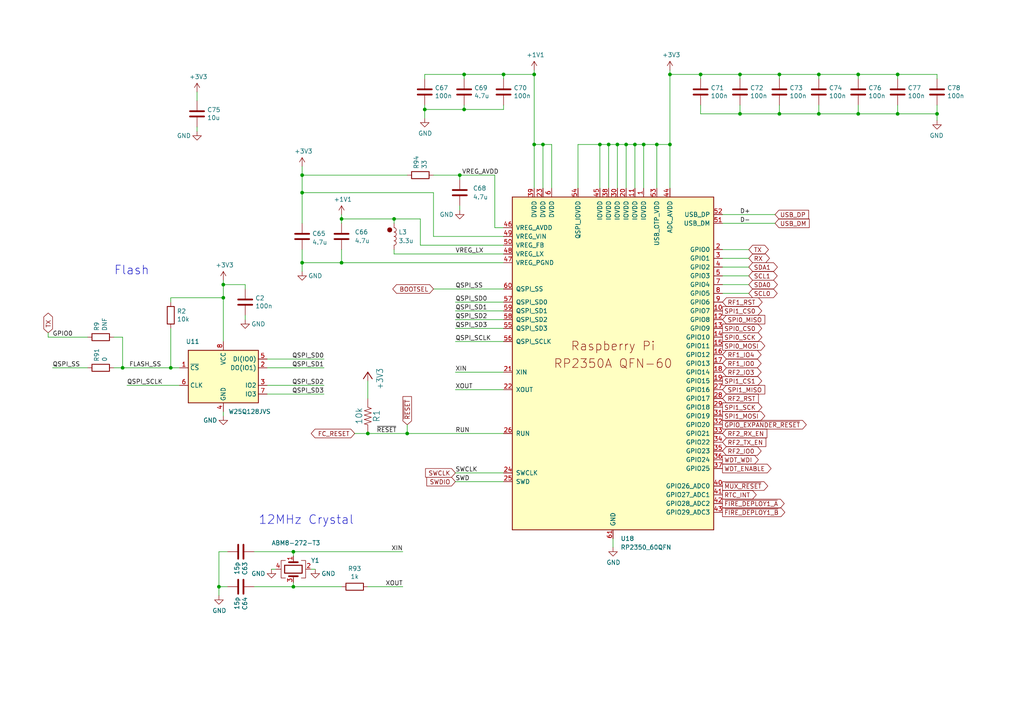
<source format=kicad_sch>
(kicad_sch (version 20250114) (generator "eeschema") (generator_version "9.0")
  (paper "A4")
  (lib_symbols
    (symbol "Adafruit ItsyBitsy RP2040-eagle-import:+3V3" (power)
      (property "Value" "+3V3" (at -2.54 -5.08 90))
      (symbol "+3V3_1_0"
        (polyline (pts (xy 0 0) (xy -1.27 -1.905)) (stroke (width 0.254)))
        (polyline (pts (xy 1.27 -1.905) (xy 0 0)) (stroke (width 0.254)))
        (pin power_in line (at 0 -2.54 90) (length 2.54) (name "+3V3") (number "1"))
      )
    )
    (symbol "Device:C" (pin_numbers (hide yes)) (pin_names (offset 0.254))
      (property "Reference" "C" (at 0.635 2.54 0))
      (property "Value" "C" (at 0.635 -2.54 0))
      (symbol "C_0_1"
        (polyline (pts (xy -2.032 0.762) (xy 2.032 0.762)) (stroke (width 0.508)))
        (polyline (pts (xy -2.032 -0.762) (xy 2.032 -0.762)) (stroke (width 0.508)))
      )
      (symbol "C_1_1"
        (pin passive line (at 0 3.81 270) (length 2.794) (name "~") (number "1"))
        (pin passive line (at 0 -3.81 90) (length 2.794) (name "~") (number "2"))
      )
    )
    (symbol "Device:Crystal_GND24" (pin_names (offset 1.016) (hide yes))
      (property "Reference" "Y" (at 3.175 5.08 0))
      (property "Value" "Crystal_GND24" (at 3.175 3.175 0))
      (symbol "Crystal_GND24_0_1"
        (polyline (pts (xy -2.54 2.286) (xy -2.54 3.556) (xy 2.54 3.556) (xy 2.54 2.286)))
        (polyline (pts (xy -2.54 0) (xy -2.032 0)))
        (polyline (pts (xy -2.54 -2.286) (xy -2.54 -3.556) (xy 2.54 -3.556) (xy 2.54 -2.286)))
        (polyline (pts (xy -2.032 -1.27) (xy -2.032 1.27)) (stroke (width 0.508)))
        (rectangle (start -1.143 2.54) (end 1.143 -2.54) (stroke (width 0.3048)))
        (polyline (pts (xy 0 3.556) (xy 0 3.81)))
        (polyline (pts (xy 0 -3.81) (xy 0 -3.556)))
        (polyline (pts (xy 2.032 0) (xy 2.54 0)))
        (polyline (pts (xy 2.032 -1.27) (xy 2.032 1.27)) (stroke (width 0.508)))
      )
      (symbol "Crystal_GND24_1_1"
        (pin passive line (at -3.81 0 0) (length 1.27) (name "1") (number "1"))
        (pin passive line (at 0 5.08 270) (length 1.27) (name "2") (number "2"))
        (pin passive line (at 0 -5.08 90) (length 1.27) (name "4") (number "4"))
        (pin passive line (at 3.81 0 180) (length 1.27) (name "3") (number "3"))
      )
    )
    (symbol "Device:L" (pin_numbers (hide yes)) (pin_names (offset 1.016) (hide yes))
      (property "Reference" "L" (at -1.27 0 90))
      (property "Value" "L" (at 1.905 0 90))
      (symbol "L_0_1"
        (arc (start 0 2.54) (mid 0.6323 1.905) (end 0 1.27))
        (arc (start 0 1.27) (mid 0.6323 0.635) (end 0 0))
        (arc (start 0 0) (mid 0.6323 -0.635) (end 0 -1.27))
        (arc (start 0 -1.27) (mid 0.6323 -1.905) (end 0 -2.54))
      )
      (symbol "L_1_1"
        (pin passive line (at 0 3.81 270) (length 1.27) (name "1") (number "1"))
        (pin passive line (at 0 -3.81 90) (length 1.27) (name "2") (number "2"))
      )
    )
    (symbol "Device:R" (pin_numbers (hide yes)) (pin_names (offset 0))
      (property "Reference" "R" (at 2.032 0 90))
      (property "Value" "R" (at 0 0 90))
      (symbol "R_0_1"
        (rectangle (start -1.016 -2.54) (end 1.016 2.54) (stroke (width 0.254)))
      )
      (symbol "R_1_1"
        (pin passive line (at 0 3.81 270) (length 1.27) (name "~") (number "1"))
        (pin passive line (at 0 -3.81 90) (length 1.27) (name "~") (number "2"))
      )
    )
    (symbol "MCU_RaspberryPi_RP2350:RP2350_60QFN" (pin_names (offset 1.016))
      (property "Reference" "U" (at -29.21 49.53 0))
      (property "Value" "RP2350_60QFN" (at 24.13 -49.53 0))
      (symbol "RP2350_60QFN_0_0"
        (text "Raspberry Pi" (at 0 5.08 0) (effects (font (size 2.54 2.54))))
      )
      (symbol "RP2350_60QFN_0_1"
        (rectangle (start 29.21 48.26) (end -29.21 -48.26) (stroke (width 0.254)) (fill (type background)))
      )
      (symbol "RP2350_60QFN_1_0"
        (text "RP2350A QFN-60" (at 0 0 0) (effects (font (size 2.54 2.54))))
      )
      (symbol "RP2350_60QFN_1_1"
        (pin power_in line (at -31.75 39.37 0) (length 2.54) (name "VREG_AVDD") (number "46"))
        (pin power_in line (at -31.75 36.83 0) (length 2.54) (name "VREG_VIN") (number "49"))
        (pin input line (at -31.75 34.29 0) (length 2.54) (name "VREG_FB") (number "50"))
        (pin power_out line (at -31.75 31.75 0) (length 2.54) (name "VREG_LX") (number "48"))
        (pin power_in line (at -31.75 29.21 0) (length 2.54) (name "VREG_PGND") (number "47"))
        (pin bidirectional line (at -31.75 21.59 0) (length 2.54) (name "QSPI_SS") (number "60"))
        (pin bidirectional line (at -31.75 17.78 0) (length 2.54) (name "QSPI_SD0") (number "57"))
        (pin bidirectional line (at -31.75 15.24 0) (length 2.54) (name "QSPI_SD1") (number "59"))
        (pin bidirectional line (at -31.75 12.7 0) (length 2.54) (name "QSPI_SD2") (number "58"))
        (pin bidirectional line (at -31.75 10.16 0) (length 2.54) (name "QSPI_SD3") (number "55"))
        (pin output line (at -31.75 6.35 0) (length 2.54) (name "QSPI_SCLK") (number "56"))
        (pin input line (at -31.75 -2.54 0) (length 2.54) (name "XIN") (number "21"))
        (pin passive line (at -31.75 -7.62 0) (length 2.54) (name "XOUT") (number "22"))
        (pin input line (at -31.75 -20.32 0) (length 2.54) (name "RUN") (number "26"))
        (pin output line (at -31.75 -31.75 0) (length 2.54) (name "SWCLK") (number "24"))
        (pin bidirectional line (at -31.75 -34.29 0) (length 2.54) (name "SWD") (number "25"))
        (pin power_in line (at -22.86 50.8 270) (length 2.54) (name "DVDD") (number "39"))
        (pin power_in line (at -20.32 50.8 270) (length 2.54) (name "DVDD") (number "23"))
        (pin power_in line (at -17.78 50.8 270) (length 2.54) (name "DVDD") (number "6"))
        (pin power_in line (at -10.16 50.8 270) (length 2.54) (name "QSPI_IOVDD") (number "54"))
        (pin power_in line (at -3.81 50.8 270) (length 2.54) (name "IOVDD") (number "45"))
        (pin power_in line (at -1.27 50.8 270) (length 2.54) (name "IOVDD") (number "38"))
        (pin power_in line (at 0 -50.8 90) (length 2.54) (name "GND") (number "61"))
        (pin power_in line (at 1.27 50.8 270) (length 2.54) (name "IOVDD") (number "30"))
        (pin power_in line (at 3.81 50.8 270) (length 2.54) (name "IOVDD") (number "20"))
        (pin power_in line (at 6.35 50.8 270) (length 2.54) (name "IOVDD") (number "11"))
        (pin power_in line (at 8.89 50.8 270) (length 2.54) (name "IOVDD") (number "1"))
        (pin power_in line (at 12.7 50.8 270) (length 2.54) (name "USB_OTP_VDD") (number "53"))
        (pin power_in line (at 16.51 50.8 270) (length 2.54) (name "ADC_AVDD") (number "44"))
        (pin bidirectional line (at 31.75 43.18 180) (length 2.54) (name "USB_DP") (number "52"))
        (pin bidirectional line (at 31.75 40.64 180) (length 2.54) (name "USB_DM") (number "51"))
        (pin bidirectional line (at 31.75 33.02 180) (length 2.54) (name "GPIO0") (number "2"))
        (pin bidirectional line (at 31.75 30.48 180) (length 2.54) (name "GPIO1") (number "3"))
        (pin bidirectional line (at 31.75 27.94 180) (length 2.54) (name "GPIO2") (number "4"))
        (pin bidirectional line (at 31.75 25.4 180) (length 2.54) (name "GPIO3") (number "5"))
        (pin bidirectional line (at 31.75 22.86 180) (length 2.54) (name "GPIO4") (number "7"))
        (pin bidirectional line (at 31.75 20.32 180) (length 2.54) (name "GPIO5") (number "8"))
        (pin bidirectional line (at 31.75 17.78 180) (length 2.54) (name "GPIO6") (number "9"))
        (pin bidirectional line (at 31.75 15.24 180) (length 2.54) (name "GPIO7") (number "10"))
        (pin bidirectional line (at 31.75 12.7 180) (length 2.54) (name "GPIO8") (number "12"))
        (pin bidirectional line (at 31.75 10.16 180) (length 2.54) (name "GPIO9") (number "13"))
        (pin bidirectional line (at 31.75 7.62 180) (length 2.54) (name "GPIO10") (number "14"))
        (pin bidirectional line (at 31.75 5.08 180) (length 2.54) (name "GPIO11") (number "15"))
        (pin bidirectional line (at 31.75 2.54 180) (length 2.54) (name "GPIO12") (number "16"))
        (pin bidirectional line (at 31.75 0 180) (length 2.54) (name "GPIO13") (number "17"))
        (pin bidirectional line (at 31.75 -2.54 180) (length 2.54) (name "GPIO14") (number "18"))
        (pin bidirectional line (at 31.75 -5.08 180) (length 2.54) (name "GPIO15") (number "19"))
        (pin bidirectional line (at 31.75 -7.62 180) (length 2.54) (name "GPIO16") (number "27"))
        (pin bidirectional line (at 31.75 -10.16 180) (length 2.54) (name "GPIO17") (number "28"))
        (pin bidirectional line (at 31.75 -12.7 180) (length 2.54) (name "GPIO18") (number "29"))
        (pin bidirectional line (at 31.75 -15.24 180) (length 2.54) (name "GPIO19") (number "31"))
        (pin bidirectional line (at 31.75 -17.78 180) (length 2.54) (name "GPIO20") (number "32"))
        (pin bidirectional line (at 31.75 -20.32 180) (length 2.54) (name "GPIO21") (number "33"))
        (pin bidirectional line (at 31.75 -22.86 180) (length 2.54) (name "GPIO22") (number "34"))
        (pin bidirectional line (at 31.75 -25.4 180) (length 2.54) (name "GPIO23") (number "35"))
        (pin bidirectional line (at 31.75 -27.94 180) (length 2.54) (name "GPIO24") (number "36"))
        (pin bidirectional line (at 31.75 -30.48 180) (length 2.54) (name "GPIO25") (number "37"))
        (pin bidirectional line (at 31.75 -35.56 180) (length 2.54) (name "GPIO26_ADC0") (number "40"))
        (pin bidirectional line (at 31.75 -38.1 180) (length 2.54) (name "GPIO27_ADC1") (number "41"))
        (pin bidirectional line (at 31.75 -40.64 180) (length 2.54) (name "GPIO28_ADC2") (number "42"))
        (pin bidirectional line (at 31.75 -43.18 180) (length 2.54) (name "GPIO29_ADC3") (number "43"))
      )
    )
    (symbol "Memory_Flash:W25Q128JVS"
      (property "Reference" "U" (at -8.89 8.89 0))
      (property "Value" "W25Q128JVS" (at 7.62 8.89 0))
      (symbol "W25Q128JVS_0_1"
        (rectangle (start -10.16 7.62) (end 10.16 -7.62) (stroke (width 0.254)) (fill (type background)))
      )
      (symbol "W25Q128JVS_1_1"
        (pin input line (at -12.7 2.54 0) (length 2.54) (name "~{CS}") (number "1"))
        (pin input line (at -12.7 -2.54 0) (length 2.54) (name "CLK") (number "6"))
        (pin power_in line (at 0 10.16 270) (length 2.54) (name "VCC") (number "8"))
        (pin power_in line (at 0 -10.16 90) (length 2.54) (name "GND") (number "4"))
        (pin bidirectional line (at 12.7 5.08 180) (length 2.54) (name "DI(IO0)") (number "5"))
        (pin bidirectional line (at 12.7 2.54 180) (length 2.54) (name "DO(IO1)") (number "2"))
        (pin bidirectional line (at 12.7 -2.54 180) (length 2.54) (name "IO2") (number "3"))
        (pin bidirectional line (at 12.7 -5.08 180) (length 2.54) (name "IO3") (number "7"))
      )
    )
    (symbol "mainboard:RESISTOR0603" (pin_names (offset 1.016))
      (property "Reference" "R" (at 0 1.524 0))
      (property "Value" "RESISTOR0603" (at 0 -1.524 0))
      (symbol "RESISTOR0603_1_0"
        (polyline (pts (xy -2.54 0) (xy -2.159 1.016)))
        (polyline (pts (xy -2.159 1.016) (xy -1.524 -1.016)))
        (polyline (pts (xy -1.524 -1.016) (xy -0.889 1.016)))
        (polyline (pts (xy -0.889 1.016) (xy -0.254 -1.016)))
        (polyline (pts (xy -0.254 -1.016) (xy 0.381 1.016)))
        (polyline (pts (xy 0.381 1.016) (xy 1.016 -1.016)))
        (polyline (pts (xy 1.016 -1.016) (xy 1.651 1.016)))
        (polyline (pts (xy 1.651 1.016) (xy 2.286 -1.016)))
        (polyline (pts (xy 2.286 -1.016) (xy 2.54 0)))
        (pin passive line (at -5.08 0 0) (length 2.54) (name "1") (number "1"))
        (pin passive line (at 5.08 0 180) (length 2.54) (name "2") (number "2"))
      )
    )
    (symbol "power:+1V1" (power) (pin_names (offset 0))
      (property "Value" "+1V1" (at 0 3.556 0))
      (symbol "+1V1_0_1"
        (polyline (pts (xy -0.762 1.27) (xy 0 2.54)))
        (polyline (pts (xy 0 2.54) (xy 0.762 1.27)))
        (polyline (pts (xy 0 0) (xy 0 2.54)))
      )
      (symbol "+1V1_1_1"
        (pin power_in line (at 0 0 90) (length 0) (hide yes) (name "+1V1") (number "1"))
      )
    )
    (symbol "power:+3V3" (power) (pin_names (offset 0))
      (property "Value" "+3V3" (at 0 3.556 0))
      (symbol "+3V3_0_1"
        (polyline (pts (xy -0.762 1.27) (xy 0 2.54)))
        (polyline (pts (xy 0 2.54) (xy 0.762 1.27)))
        (polyline (pts (xy 0 0) (xy 0 2.54)))
      )
      (symbol "+3V3_1_1"
        (pin power_in line (at 0 0 90) (length 0) (hide yes) (name "+3V3") (number "1"))
      )
    )
    (symbol "power:GND" (power) (pin_names (offset 0))
      (property "Value" "GND" (at 0 -3.81 0))
      (symbol "GND_0_1"
        (polyline (pts (xy 0 0) (xy 0 -1.27) (xy 1.27 -1.27) (xy 0 -2.54) (xy -1.27 -1.27) (xy 0 -1.27)))
      )
      (symbol "GND_1_1"
        (pin power_in line (at 0 0 270) (length 0) (hide yes) (name "GND") (number "1"))
      )
    )
  )
  (circle (center 113.03 66.675) (radius 0.635) (stroke (width 0) (color 132 0 0 1)) (fill (type color) (color 132 0 0 1)))
  (text "12MHz Crystal" (at 74.93 152.4 0) (effects (font (size 2.54 2.54)) (justify left bottom)))
  (text "Flash" (at 33.02 80.01 0) (effects (font (size 2.54 2.54)) (justify left bottom)))
  (junction (at 154.94 21.59))
  (junction (at 87.63 50.8))
  (junction (at 226.06 33.02))
  (junction (at 134.62 21.59))
  (junction (at 176.53 41.91))
  (junction (at 203.2 21.59))
  (junction (at 87.63 55.88))
  (junction (at 237.49 33.02))
  (junction (at 179.07 41.91))
  (junction (at 64.77 82.55))
  (junction (at 87.63 76.2))
  (junction (at 271.78 33.02))
  (junction (at 173.99 41.91))
  (junction (at 186.69 41.91))
  (junction (at 237.49 21.59))
  (junction (at 146.05 21.59))
  (junction (at 194.31 41.91))
  (junction (at 214.63 33.02))
  (junction (at 260.35 21.59))
  (junction (at 226.06 21.59))
  (junction (at 194.31 21.59))
  (junction (at 85.09 170.18))
  (junction (at 99.06 63.5))
  (junction (at 106.68 125.73))
  (junction (at 123.19 31.75))
  (junction (at 63.5 170.18))
  (junction (at 181.61 41.91))
  (junction (at 114.3 63.5))
  (junction (at 248.92 33.02))
  (junction (at 133.35 50.8))
  (junction (at 49.53 106.68))
  (junction (at 184.15 41.91))
  (junction (at 157.48 41.91))
  (junction (at 35.56 106.68))
  (junction (at 118.11 125.73))
  (junction (at 85.09 160.02))
  (junction (at 134.62 31.75))
  (junction (at 154.94 41.91))
  (junction (at 99.06 76.2))
  (junction (at 260.35 33.02))
  (junction (at 64.77 86.36))
  (junction (at 190.5 41.91))
  (junction (at 214.63 21.59))
  (junction (at 248.92 21.59))
  (wire (pts (xy 214.63 22.86) (xy 214.63 21.59)))
  (wire (pts (xy 87.63 55.88) (xy 125.73 55.88)))
  (wire (pts (xy 214.63 30.48) (xy 214.63 33.02)))
  (wire (pts (xy 186.69 41.91) (xy 190.5 41.91)))
  (wire (pts (xy 114.3 73.66) (xy 114.3 72.39)))
  (wire (pts (xy 125.73 68.58) (xy 146.05 68.58)))
  (wire (pts (xy 248.92 30.48) (xy 248.92 33.02)))
  (wire (pts (xy 179.07 41.91) (xy 181.61 41.91)))
  (wire (pts (xy 133.35 50.8) (xy 133.35 52.07)))
  (wire (pts (xy 66.04 160.02) (xy 63.5 160.02)))
  (wire (pts (xy 260.35 33.02) (xy 271.78 33.02)))
  (wire (pts (xy 260.35 30.48) (xy 260.35 33.02)))
  (wire (pts (xy 209.55 72.39) (xy 217.17 72.39)))
  (wire (pts (xy 217.17 74.93) (xy 209.55 74.93)))
  (wire (pts (xy 73.66 170.18) (xy 85.09 170.18)))
  (wire (pts (xy 154.94 21.59) (xy 154.94 41.91)))
  (wire (pts (xy 132.08 95.25) (xy 146.05 95.25)))
  (wire (pts (xy 87.63 76.2) (xy 99.06 76.2)))
  (wire (pts (xy 209.55 85.09) (xy 217.17 85.09)))
  (wire (pts (xy 77.47 114.3) (xy 93.98 114.3)))
  (wire (pts (xy 33.02 106.68) (xy 35.56 106.68)))
  (wire (pts (xy 181.61 54.61) (xy 181.61 41.91)))
  (wire (pts (xy 176.53 54.61) (xy 176.53 41.91)))
  (wire (pts (xy 35.56 97.79) (xy 35.56 106.68)))
  (wire (pts (xy 87.63 48.26) (xy 87.63 50.8)))
  (wire (pts (xy 114.3 63.5) (xy 114.3 64.77)))
  (wire (pts (xy 132.08 87.63) (xy 146.05 87.63)))
  (wire (pts (xy 209.55 64.77) (xy 224.79 64.77)))
  (wire (pts (xy 77.47 111.76) (xy 93.98 111.76)))
  (wire (pts (xy 157.48 54.61) (xy 157.48 41.91)))
  (wire (pts (xy 237.49 22.86) (xy 237.49 21.59)))
  (wire (pts (xy 99.06 72.39) (xy 99.06 76.2)))
  (wire (pts (xy 214.63 33.02) (xy 203.2 33.02)))
  (wire (pts (xy 125.73 55.88) (xy 125.73 68.58)))
  (wire (pts (xy 179.07 54.61) (xy 179.07 41.91)))
  (wire (pts (xy 226.06 30.48) (xy 226.06 33.02)))
  (wire (pts (xy 13.97 97.79) (xy 25.4 97.79)))
  (wire (pts (xy 49.53 87.63) (xy 49.53 86.36)))
  (wire (pts (xy 181.61 41.91) (xy 184.15 41.91)))
  (wire (pts (xy 99.06 64.77) (xy 99.06 63.5)))
  (wire (pts (xy 125.73 50.8) (xy 133.35 50.8)))
  (wire (pts (xy 125.73 83.82) (xy 146.05 83.82)))
  (wire (pts (xy 71.12 82.55) (xy 64.77 82.55)))
  (wire (pts (xy 143.51 66.04) (xy 146.05 66.04)))
  (wire (pts (xy 78.74 165.1) (xy 80.01 165.1)))
  (wire (pts (xy 203.2 21.59) (xy 214.63 21.59)))
  (wire (pts (xy 173.99 41.91) (xy 176.53 41.91)))
  (wire (pts (xy 64.77 86.36) (xy 64.77 99.06)))
  (wire (pts (xy 226.06 33.02) (xy 214.63 33.02)))
  (wire (pts (xy 64.77 119.38) (xy 64.77 120.65)))
  (wire (pts (xy 77.47 106.68) (xy 93.98 106.68)))
  (wire (pts (xy 271.78 33.02) (xy 271.78 34.925)))
  (wire (pts (xy 194.31 21.59) (xy 194.31 41.91)))
  (wire (pts (xy 190.5 54.61) (xy 190.5 41.91)))
  (wire (pts (xy 102.87 125.73) (xy 106.68 125.73)))
  (wire (pts (xy 209.55 82.55) (xy 217.17 82.55)))
  (wire (pts (xy 143.51 50.8) (xy 143.51 66.04)))
  (wire (pts (xy 123.19 21.59) (xy 134.62 21.59)))
  (wire (pts (xy 146.05 22.86) (xy 146.05 21.59)))
  (wire (pts (xy 63.5 160.02) (xy 63.5 170.18)))
  (wire (pts (xy 203.2 22.86) (xy 203.2 21.59)))
  (wire (pts (xy 173.99 54.61) (xy 173.99 41.91)))
  (wire (pts (xy 57.15 36.83) (xy 57.15 38.1)))
  (wire (pts (xy 87.63 76.2) (xy 87.63 78.74)))
  (wire (pts (xy 248.92 21.59) (xy 260.35 21.59)))
  (wire (pts (xy 87.63 55.88) (xy 87.63 64.77)))
  (wire (pts (xy 134.62 30.48) (xy 134.62 31.75)))
  (wire (pts (xy 260.35 33.02) (xy 248.92 33.02)))
  (wire (pts (xy 260.35 21.59) (xy 271.78 21.59)))
  (wire (pts (xy 237.49 30.48) (xy 237.49 33.02)))
  (wire (pts (xy 248.92 22.86) (xy 248.92 21.59)))
  (wire (pts (xy 77.47 104.14) (xy 93.98 104.14)))
  (wire (pts (xy 146.05 31.75) (xy 146.05 30.48)))
  (wire (pts (xy 132.08 92.71) (xy 146.05 92.71)))
  (wire (pts (xy 49.53 95.25) (xy 49.53 106.68)))
  (wire (pts (xy 209.55 77.47) (xy 217.17 77.47)))
  (wire (pts (xy 118.11 125.73) (xy 146.05 125.73)))
  (wire (pts (xy 85.09 168.91) (xy 85.09 170.18)))
  (wire (pts (xy 49.53 106.68) (xy 52.07 106.68)))
  (wire (pts (xy 133.35 60.96) (xy 133.35 59.69)))
  (wire (pts (xy 106.68 110.49) (xy 106.68 115.57)))
  (wire (pts (xy 157.48 41.91) (xy 160.02 41.91)))
  (wire (pts (xy 121.92 63.5) (xy 114.3 63.5)))
  (wire (pts (xy 226.06 21.59) (xy 237.49 21.59)))
  (wire (pts (xy 160.02 41.91) (xy 160.02 54.61)))
  (wire (pts (xy 167.64 41.91) (xy 173.99 41.91)))
  (wire (pts (xy 87.63 50.8) (xy 87.63 55.88)))
  (wire (pts (xy 176.53 41.91) (xy 179.07 41.91)))
  (wire (pts (xy 90.17 165.1) (xy 91.44 165.1)))
  (wire (pts (xy 146.05 113.03) (xy 132.08 113.03)))
  (wire (pts (xy 248.92 33.02) (xy 237.49 33.02)))
  (wire (pts (xy 33.02 97.79) (xy 35.56 97.79)))
  (wire (pts (xy 87.63 50.8) (xy 118.11 50.8)))
  (wire (pts (xy 194.31 21.59) (xy 203.2 21.59)))
  (wire (pts (xy 184.15 41.91) (xy 186.69 41.91)))
  (wire (pts (xy 194.31 20.32) (xy 194.31 21.59)))
  (wire (pts (xy 134.62 22.86) (xy 134.62 21.59)))
  (wire (pts (xy 157.48 41.91) (xy 154.94 41.91)))
  (wire (pts (xy 106.68 170.18) (xy 116.84 170.18)))
  (wire (pts (xy 73.66 160.02) (xy 85.09 160.02)))
  (wire (pts (xy 64.77 82.55) (xy 64.77 86.36)))
  (wire (pts (xy 123.19 31.75) (xy 134.62 31.75)))
  (wire (pts (xy 87.63 72.39) (xy 87.63 76.2)))
  (wire (pts (xy 13.97 96.52) (xy 13.97 97.79)))
  (wire (pts (xy 146.05 137.16) (xy 132.08 137.16)))
  (wire (pts (xy 260.35 22.86) (xy 260.35 21.59)))
  (wire (pts (xy 190.5 41.91) (xy 194.31 41.91)))
  (wire (pts (xy 123.19 30.48) (xy 123.19 31.75)))
  (wire (pts (xy 167.64 54.61) (xy 167.64 41.91)))
  (wire (pts (xy 132.08 107.95) (xy 146.05 107.95)))
  (wire (pts (xy 99.06 62.23) (xy 99.06 63.5)))
  (wire (pts (xy 146.05 139.7) (xy 132.08 139.7)))
  (wire (pts (xy 177.8 156.21) (xy 177.8 158.75)))
  (wire (pts (xy 203.2 30.48) (xy 203.2 33.02)))
  (wire (pts (xy 57.15 26.67) (xy 57.15 29.21)))
  (wire (pts (xy 71.12 91.44) (xy 71.12 92.71)))
  (wire (pts (xy 99.06 63.5) (xy 114.3 63.5)))
  (wire (pts (xy 66.04 170.18) (xy 63.5 170.18)))
  (wire (pts (xy 85.09 160.02) (xy 116.84 160.02)))
  (wire (pts (xy 184.15 54.61) (xy 184.15 41.91)))
  (wire (pts (xy 214.63 21.59) (xy 226.06 21.59)))
  (wire (pts (xy 63.5 170.18) (xy 63.5 172.72)))
  (wire (pts (xy 85.09 170.18) (xy 99.06 170.18)))
  (wire (pts (xy 36.83 111.76) (xy 52.07 111.76)))
  (wire (pts (xy 123.19 22.86) (xy 123.19 21.59)))
  (wire (pts (xy 209.55 62.23) (xy 224.79 62.23)))
  (wire (pts (xy 146.05 71.12) (xy 121.92 71.12)))
  (wire (pts (xy 85.09 161.29) (xy 85.09 160.02)))
  (wire (pts (xy 35.56 106.68) (xy 49.53 106.68)))
  (wire (pts (xy 146.05 99.06) (xy 132.08 99.06)))
  (wire (pts (xy 237.49 33.02) (xy 226.06 33.02)))
  (wire (pts (xy 186.69 41.91) (xy 186.69 54.61)))
  (wire (pts (xy 114.3 73.66) (xy 146.05 73.66)))
  (wire (pts (xy 271.78 22.86) (xy 271.78 21.59)))
  (wire (pts (xy 123.19 31.75) (xy 123.19 34.29)))
  (wire (pts (xy 71.12 83.82) (xy 71.12 82.55)))
  (wire (pts (xy 194.31 41.91) (xy 194.31 54.61)))
  (wire (pts (xy 49.53 86.36) (xy 64.77 86.36)))
  (wire (pts (xy 134.62 31.75) (xy 146.05 31.75)))
  (wire (pts (xy 118.11 123.19) (xy 118.11 125.73)))
  (wire (pts (xy 118.11 125.73) (xy 106.68 125.73)))
  (wire (pts (xy 132.08 90.17) (xy 146.05 90.17)))
  (wire (pts (xy 154.94 20.32) (xy 154.94 21.59)))
  (wire (pts (xy 99.06 76.2) (xy 146.05 76.2)))
  (wire (pts (xy 133.35 50.8) (xy 143.51 50.8)))
  (wire (pts (xy 121.92 71.12) (xy 121.92 63.5)))
  (wire (pts (xy 15.24 106.68) (xy 25.4 106.68)))
  (wire (pts (xy 209.55 80.01) (xy 217.17 80.01)))
  (wire (pts (xy 271.78 30.48) (xy 271.78 33.02)))
  (wire (pts (xy 226.06 22.86) (xy 226.06 21.59)))
  (wire (pts (xy 134.62 21.59) (xy 146.05 21.59)))
  (wire (pts (xy 146.05 21.59) (xy 154.94 21.59)))
  (wire (pts (xy 64.77 81.28) (xy 64.77 82.55)))
  (wire (pts (xy 237.49 21.59) (xy 248.92 21.59)))
  (wire (pts (xy 154.94 41.91) (xy 154.94 54.61)))
  (label "QSPI_SD3" (at 132.08 95.25 0))
  (label "XIN" (at 132.08 107.95 0))
  (label "D-" (at 214.63 64.77 0) (effects (font (size 1.2446 1.2446))))
  (label "QSPI_SD0" (at 93.98 104.14 180))
  (label "D+" (at 214.63 62.23 0) (effects (font (size 1.2446 1.2446))))
  (label "QSPI_SD0" (at 132.08 87.63 0))
  (label "FLASH_SS" (at 37.465 106.68 0))
  (label "QSPI_SCLK" (at 132.08 99.06 0))
  (label "XIN" (at 116.84 160.02 180))
  (label "QSPI_SD3" (at 93.98 114.3 180))
  (label "GPIO0" (at 15.24 97.79 0))
  (label "QSPI_SD2" (at 132.08 92.71 0))
  (label "QSPI_SCLK" (at 36.83 111.76 0))
  (label "RUN" (at 132.08 125.73 0))
  (label "VREG_AVDD" (at 133.985 50.8 0))
  (label "QSPI_SS" (at 132.08 83.82 0))
  (label "QSPI_SS" (at 15.24 106.68 0))
  (label "QSPI_SD1" (at 132.08 90.17 0))
  (label "XOUT" (at 132.08 113.03 0))
  (label "XOUT" (at 116.84 170.18 180))
  (label "SWCLK" (at 132.08 137.16 0))
  (label "QSPI_SD2" (at 93.98 111.76 180))
  (label "VREG_LX" (at 132.08 73.66 0))
  (label "SWD" (at 132.08 139.7 0))
  (label "~{RESET}" (at 109.22 125.73 0) (effects (font (size 1.2446 1.2446))))
  (label "QSPI_SD1" (at 93.98 106.68 180))
  (global_label "~{GPIO_EXPANDER_RESET}" (shape output) (at 209.55 123.19 0) (property "Intersheetrefs" "${INTERSHEET_REFS}" (effects (hide yes))))
  (global_label "RF2_TX_EN" (shape input) (at 209.55 128.27 0) (property "Intersheetrefs" "${INTERSHEET_REFS}" (effects (hide yes))))
  (global_label "RF2_IO3" (shape bidirectional) (at 209.55 107.95 0) (property "Intersheetrefs" "${INTERSHEET_REFS}" (effects (hide yes))))
  (global_label "RF2_IO0" (shape bidirectional) (at 209.55 130.81 0) (property "Intersheetrefs" "${INTERSHEET_REFS}" (effects (hide yes))))
  (global_label "WDT_WDI" (shape output) (at 209.55 133.35 0) (property "Intersheetrefs" "${INTERSHEET_REFS}" (effects (hide yes))))
  (global_label "RF2_RST" (shape input) (at 209.55 115.57 0) (property "Intersheetrefs" "${INTERSHEET_REFS}" (effects (hide yes))))
  (global_label "RTC_INT" (shape output) (at 209.55 143.51 0) (property "Intersheetrefs" "${INTERSHEET_REFS}" (effects (hide yes))))
  (global_label "~{FIRE_DEPLOY1_A}" (shape output) (at 209.55 146.05 0) (property "Intersheetrefs" "${INTERSHEET_REFS}" (effects (hide yes))))
  (global_label "~{RESET}" (shape input) (at 118.11 123.19 90) (property "Intersheetrefs" "${INTERSHEET_REFS}" (effects (hide yes))))
  (global_label "SPI0_MISO" (shape input) (at 209.55 92.71 0) (property "Intersheetrefs" "${INTERSHEET_REFS}" (effects (hide yes))))
  (global_label "SPI1_MOSI" (shape output) (at 209.55 120.65 0) (property "Intersheetrefs" "${INTERSHEET_REFS}" (effects (hide yes))))
  (global_label "SPI1_CS1" (shape output) (at 209.55 110.49 0) (property "Intersheetrefs" "${INTERSHEET_REFS}" (effects (hide yes))))
  (global_label "USB_DM" (shape input) (at 224.79 64.77 0) (property "Intersheetrefs" "${INTERSHEET_REFS}" (effects (hide yes))))
  (global_label "SPI1_MISO" (shape input) (at 209.55 113.03 0) (property "Intersheetrefs" "${INTERSHEET_REFS}" (effects (hide yes))))
  (global_label "SWDIO" (shape input) (at 132.08 139.7 180) (property "Intersheetrefs" "${INTERSHEET_REFS}" (effects (hide yes))))
  (global_label "RF1_IO0" (shape bidirectional) (at 209.55 105.41 0) (property "Intersheetrefs" "${INTERSHEET_REFS}" (effects (hide yes))))
  (global_label "RX" (shape bidirectional) (at 217.17 74.93 0) (property "Intersheetrefs" "${INTERSHEET_REFS}" (effects (hide yes))))
  (global_label "FC_RESET" (shape bidirectional) (at 102.87 125.73 180) (property "Intersheetrefs" "${INTERSHEET_REFS}" (effects (hide yes))))
  (global_label "SCL0" (shape bidirectional) (at 217.17 85.09 0) (property "Intersheetrefs" "${INTERSHEET_REFS}" (effects (hide yes))))
  (global_label "RF1_IO4" (shape bidirectional) (at 209.55 102.87 0) (property "Intersheetrefs" "${INTERSHEET_REFS}" (effects (hide yes))))
  (global_label "SPI1_SCK" (shape output) (at 209.55 118.11 0) (property "Intersheetrefs" "${INTERSHEET_REFS}" (effects (hide yes))))
  (global_label "WDT_ENABLE" (shape output) (at 209.55 135.89 0) (property "Intersheetrefs" "${INTERSHEET_REFS}" (effects (hide yes))))
  (global_label "TX" (shape bidirectional) (at 217.17 72.39 0) (property "Intersheetrefs" "${INTERSHEET_REFS}" (effects (hide yes))))
  (global_label "RF2_RX_EN" (shape input) (at 209.55 125.73 0) (property "Intersheetrefs" "${INTERSHEET_REFS}" (effects (hide yes))))
  (global_label "BOOTSEL" (shape bidirectional) (at 125.73 83.82 180) (property "Intersheetrefs" "${INTERSHEET_REFS}" (effects (hide yes))))
  (global_label "TX" (shape bidirectional) (at 13.97 96.52 90) (property "Intersheetrefs" "${INTERSHEET_REFS}" (effects (hide yes))))
  (global_label "SPI0_CS0" (shape output) (at 209.55 95.25 0) (property "Intersheetrefs" "${INTERSHEET_REFS}" (effects (hide yes))))
  (global_label "SWCLK" (shape input) (at 132.08 137.16 180) (property "Intersheetrefs" "${INTERSHEET_REFS}" (effects (hide yes))))
  (global_label "SCL1" (shape bidirectional) (at 217.17 80.01 0) (property "Intersheetrefs" "${INTERSHEET_REFS}" (effects (hide yes))))
  (global_label "~{MUX_RESET}" (shape output) (at 209.55 140.97 0) (property "Intersheetrefs" "${INTERSHEET_REFS}" (effects (hide yes))))
  (global_label "SPI0_MOSI" (shape output) (at 209.55 100.33 0) (property "Intersheetrefs" "${INTERSHEET_REFS}" (effects (hide yes))))
  (global_label "~{FIRE_DEPLOY1_B}" (shape output) (at 209.55 148.59 0) (property "Intersheetrefs" "${INTERSHEET_REFS}" (effects (hide yes))))
  (global_label "SDA1" (shape bidirectional) (at 217.17 77.47 0) (property "Intersheetrefs" "${INTERSHEET_REFS}" (effects (hide yes))))
  (global_label "USB_DP" (shape input) (at 224.79 62.23 0) (property "Intersheetrefs" "${INTERSHEET_REFS}" (effects (hide yes))))
  (global_label "SPI0_SCK" (shape output) (at 209.55 97.79 0) (property "Intersheetrefs" "${INTERSHEET_REFS}" (effects (hide yes))))
  (global_label "SPI1_CS0" (shape output) (at 209.55 90.17 0) (property "Intersheetrefs" "${INTERSHEET_REFS}" (effects (hide yes))))
  (global_label "RF1_RST" (shape bidirectional) (at 209.55 87.63 0) (property "Intersheetrefs" "${INTERSHEET_REFS}" (effects (hide yes))))
  (global_label "SDA0" (shape bidirectional) (at 217.17 82.55 0) (property "Intersheetrefs" "${INTERSHEET_REFS}" (effects (hide yes))))
  (symbol (lib_id "Device:C") (at 71.12 87.63 0) (unit 1)
    (property "Reference" "C2" (at 74.041 86.4616 0) (effects (justify left)))
    (property "Value" "100n" (at 74.041 88.773 0) (effects (justify left)))
    (property "Footprint" "Capacitor_SMD:C_0402_1005Metric" (effects (hide yes)))
  )
  (symbol (lib_id "power:+3V3") (at 57.15 26.67 0) (unit 1)
    (property "Reference" "#PWR0157" (effects (hide yes)))
    (property "Value" "+3V3" (at 57.531 22.2758 0))
  )
  (symbol (lib_id "power:+3V3") (at 87.63 48.26 0) (unit 1)
    (property "Reference" "#PWR074" (effects (hide yes)))
    (property "Value" "+3V3" (at 88.011 43.8658 0))
  )
  (symbol (lib_id "Device:R") (at 49.53 91.44 0) (unit 1)
    (property "Reference" "R2" (at 51.308 90.2716 0) (effects (justify left)))
    (property "Value" "10k" (at 51.308 92.583 0) (effects (justify left)))
    (property "Footprint" "Resistor_SMD:R_0402_1005Metric" (effects (hide yes)))
  )
  (symbol (lib_id "Device:C") (at 57.15 33.02 0) (unit 1)
    (property "Reference" "C75" (at 60.071 31.8516 0) (effects (justify left)))
    (property "Value" "10u" (at 60.071 34.163 0) (effects (justify left)))
    (property "Footprint" "Capacitor_SMD:C_0805_2012Metric" (effects (hide yes)))
  )
  (symbol (lib_id "power:GND") (at 91.44 165.1 0) (unit 1)
    (property "Reference" "#PWR079" (effects (hide yes)))
    (property "Value" "GND" (at 95.25 166.37 0))
  )
  (symbol (lib_id "MCU_RaspberryPi_RP2350:RP2350_60QFN") (at 177.8 105.41 0) (unit 1)
    (property "Reference" "U18" (at 179.9941 156.21 0) (effects (justify left)))
    (property "Value" "RP2350_60QFN" (at 179.9941 158.75 0) (effects (justify left)))
    (property "Footprint" "RP2350_60QFN_minimal:RP2350-QFN-60-1EP_7x7_P0.4mm_EP3.4x3.4mm_ThermalVias" (effects (hide yes)))
    (property "Datasheet" "https://datasheets.raspberrypi.com/rp2350/rp2350-datasheet.pdf" (effects (hide yes)))
  )
  (symbol (lib_id "Device:C") (at 237.49 26.67 0) (unit 1)
    (property "Reference" "C74" (at 240.411 25.5016 0) (effects (justify left)))
    (property "Value" "100n" (at 240.411 27.813 0) (effects (justify left)))
    (property "Footprint" "Capacitor_SMD:C_0402_1005Metric" (effects (hide yes)))
  )
  (symbol (lib_id "power:+1V1") (at 99.06 62.23 0) (unit 1)
    (property "Reference" "#PWR0111" (effects (hide yes)))
    (property "Value" "+1V1" (at 99.441 57.8358 0))
  )
  (symbol (lib_id "Device:C") (at 87.63 68.58 0) (unit 1)
    (property "Reference" "C65" (at 90.551 67.7453 0) (effects (justify left)))
    (property "Value" "4.7u" (at 90.551 70.2822 0) (effects (justify left)))
    (property "Footprint" "RP2350_60QFN_minimal:C_0402_1005Metric_small_pads" (effects (hide yes)))
  )
  (symbol (lib_id "Device:C") (at 133.35 55.88 0) (unit 1)
    (property "Reference" "C68" (at 137.16 54.61 0) (effects (justify left)))
    (property "Value" "4.7u" (at 137.16 57.15 0) (effects (justify left)))
    (property "Footprint" "Capacitor_SMD:C_0402_1005Metric" (effects (hide yes)))
  )
  (symbol (lib_id "mainboard:RESISTOR0603") (at 106.68 120.65 270) (unit 1)
    (property "Reference" "R1" (at 108.204 120.65 0) (effects (font (size 1.778 1.778)) (justify bottom)))
    (property "Value" "10k" (at 105.156 120.65 0) (effects (font (size 1.778 1.778)) (justify top)))
    (property "Footprint" "Resistor_SMD:R_0603_1608Metric" (effects (hide yes)))
    (property "Description" "100K 0603" (effects (hide yes)))
  )
  (symbol (lib_id "power:GND") (at 133.35 60.96 0) (unit 1)
    (property "Reference" "#PWR0116" (effects (hide yes)))
    (property "Value" "GND" (at 129.54 62.23 0))
  )
  (symbol (lib_id "Device:L") (at 114.3 68.58 0) (unit 1)
    (property "Reference" "L3" (at 115.57 67.31 0) (effects (justify left)))
    (property "Value" "3.3u" (at 115.57 69.85 0) (effects (justify left)))
    (property "Footprint" "RP2350_60QFN_minimal:L_pol_2016" (effects (hide yes)))
  )
  (symbol (lib_id "power:+3V3") (at 194.31 20.32 0) (unit 1)
    (property "Reference" "#PWR0156" (effects (hide yes)))
    (property "Value" "+3V3" (at 194.691 15.9258 0))
  )
  (symbol (lib_id "Device:C") (at 123.19 26.67 0) (unit 1)
    (property "Reference" "C67" (at 126.111 25.5016 0) (effects (justify left)))
    (property "Value" "100n" (at 126.111 27.813 0) (effects (justify left)))
    (property "Footprint" "Capacitor_SMD:C_0402_1005Metric" (effects (hide yes)))
  )
  (symbol (lib_id "Device:C") (at 99.06 68.58 0) (unit 1)
    (property "Reference" "C66" (at 102.87 67.31 0) (effects (justify left)))
    (property "Value" "4.7u" (at 102.87 69.85 0) (effects (justify left)))
    (property "Footprint" "RP2350_60QFN_minimal:C_0402_1005Metric_small_pads" (effects (hide yes)))
  )
  (symbol (lib_id "power:GND") (at 87.63 78.74 0) (mirror y) (unit 1)
    (property "Reference" "#PWR075" (effects (hide yes)))
    (property "Value" "GND" (at 91.44 80.01 0))
  )
  (symbol (lib_id "Device:C") (at 134.62 26.67 0) (unit 1)
    (property "Reference" "C69" (at 137.541 25.5016 0) (effects (justify left)))
    (property "Value" "4.7u" (at 137.541 27.813 0) (effects (justify left)))
    (property "Footprint" "Capacitor_SMD:C_0402_1005Metric" (effects (hide yes)))
  )
  (symbol (lib_id "Device:C") (at 69.85 160.02 270) (unit 1)
    (property "Reference" "C63" (at 71.0184 162.941 0) (effects (justify left)))
    (property "Value" "15p" (at 68.707 162.941 0) (effects (justify left)))
    (property "Footprint" "Capacitor_SMD:C_0402_1005Metric" (effects (hide yes)))
  )
  (symbol (lib_id "Device:C") (at 226.06 26.67 0) (unit 1)
    (property "Reference" "C73" (at 228.981 25.5016 0) (effects (justify left)))
    (property "Value" "100n" (at 228.981 27.813 0) (effects (justify left)))
    (property "Footprint" "Capacitor_SMD:C_0402_1005Metric" (effects (hide yes)))
  )
  (symbol (lib_id "power:+3V3") (at 64.77 81.28 0) (unit 1)
    (property "Reference" "#PWR013" (effects (hide yes)))
    (property "Value" "+3V3" (at 65.151 76.8858 0))
  )
  (symbol (lib_id "Device:R") (at 102.87 170.18 270) (unit 1)
    (property "Reference" "R93" (at 102.87 164.9222 90))
    (property "Value" "1k" (at 102.87 167.2336 90))
    (property "Footprint" "Resistor_SMD:R_0402_1005Metric" (effects (hide yes)))
  )
  (symbol (lib_id "power:GND") (at 71.12 92.71 0) (unit 1)
    (property "Reference" "#PWR033" (effects (hide yes)))
    (property "Value" "GND" (at 74.93 93.98 0))
  )
  (symbol (lib_id "Memory_Flash:W25Q128JVS") (at 64.77 109.22 0) (unit 1)
    (property "Reference" "U11" (at 55.88 99.06 0))
    (property "Value" "W25Q128JVS" (at 72.39 119.38 0))
    (property "Footprint" "Package_SO:SOIC-8_5.3x5.3mm_P1.27mm" (effects (hide yes)))
    (property "Datasheet" "http://www.winbond.com/resource-files/w25q128jv_dtr%20revc%2003272018%20plus.pdf" (effects (hide yes)))
  )
  (symbol (lib_id "Device:C") (at 271.78 26.67 0) (unit 1)
    (property "Reference" "C78" (at 274.701 25.5016 0) (effects (justify left)))
    (property "Value" "100n" (at 274.701 27.813 0) (effects (justify left)))
    (property "Footprint" "Capacitor_SMD:C_0402_1005Metric" (effects (hide yes)))
  )
  (symbol (lib_id "power:GND") (at 78.74 165.1 0) (unit 1)
    (property "Reference" "#PWR055" (effects (hide yes)))
    (property "Value" "GND" (at 74.93 166.37 0))
  )
  (symbol (lib_id "power:GND") (at 123.19 34.29 0) (unit 1)
    (property "Reference" "#PWR0115" (effects (hide yes)))
    (property "Value" "GND" (at 123.317 38.6842 0))
  )
  (symbol (lib_id "Device:C") (at 260.35 26.67 0) (unit 1)
    (property "Reference" "C77" (at 263.271 25.5016 0) (effects (justify left)))
    (property "Value" "100n" (at 263.271 27.813 0) (effects (justify left)))
    (property "Footprint" "Capacitor_SMD:C_0402_1005Metric" (effects (hide yes)))
  )
  (symbol (lib_id "power:+1V1") (at 154.94 20.32 0) (unit 1)
    (property "Reference" "#PWR0148" (effects (hide yes)))
    (property "Value" "+1V1" (at 155.321 15.9258 0))
  )
  (symbol (lib_id "Adafruit ItsyBitsy RP2040-eagle-import:+3V3") (at 106.68 107.95 0) (mirror y) (unit 1)
    (property "Reference" "#+3V01" (effects (hide yes)))
    (property "Value" "+3V3" (at 109.22 113.03 90) (effects (font (size 1.778 1.5113)) (justify left bottom)))
    (property "Footprint" "Adafruit ItsyBitsy RP2040:" (effects (hide yes)))
  )
  (symbol (lib_id "power:GND") (at 57.15 38.1 0) (unit 1)
    (property "Reference" "#PWR0158" (effects (hide yes)))
    (property "Value" "GND" (at 53.34 39.37 0))
  )
  (symbol (lib_id "Device:R") (at 29.21 97.79 90) (unit 1)
    (property "Reference" "R9" (at 28.0416 96.012 0) (effects (justify left)))
    (property "Value" "DNF" (at 30.353 96.012 0) (effects (justify left)))
    (property "Footprint" "Resistor_SMD:R_0402_1005Metric" (effects (hide yes)))
  )
  (symbol (lib_id "Device:C") (at 248.92 26.67 0) (unit 1)
    (property "Reference" "C76" (at 251.841 25.5016 0) (effects (justify left)))
    (property "Value" "100n" (at 251.841 27.813 0) (effects (justify left)))
    (property "Footprint" "Capacitor_SMD:C_0402_1005Metric" (effects (hide yes)))
  )
  (symbol (lib_id "Device:R") (at 29.21 106.68 90) (unit 1)
    (property "Reference" "R91" (at 28.0416 104.902 0) (effects (justify left)))
    (property "Value" "0" (at 30.353 104.902 0) (effects (justify left)))
    (property "Footprint" "Resistor_SMD:R_0402_1005Metric" (effects (hide yes)))
  )
  (symbol (lib_id "power:GND") (at 177.8 158.75 0) (unit 1)
    (property "Reference" "#PWR0153" (effects (hide yes)))
    (property "Value" "GND" (at 177.927 163.1442 0))
  )
  (symbol (lib_id "power:GND") (at 271.78 34.925 0) (mirror y) (unit 1)
    (property "Reference" "#PWR0159" (effects (hide yes)))
    (property "Value" "GND" (at 271.653 39.3192 0))
  )
  (symbol (lib_id "Device:Crystal_GND24") (at 85.09 165.1 270) (unit 1)
    (property "Reference" "Y1" (at 90.17 162.56 90) (effects (justify left)))
    (property "Value" "ABM8-272-T3" (at 78.74 157.48 90) (effects (justify left)))
    (property "Footprint" "Crystal:Crystal_SMD_3225-4Pin_3.2x2.5mm" (effects (hide yes)))
  )
  (symbol (lib_id "power:GND") (at 64.77 120.65 0) (unit 1)
    (property "Reference" "#PWR031" (effects (hide yes)))
    (property "Value" "GND" (at 60.96 121.92 0))
  )
  (symbol (lib_id "Device:C") (at 214.63 26.67 0) (unit 1)
    (property "Reference" "C72" (at 217.551 25.5016 0) (effects (justify left)))
    (property "Value" "100n" (at 217.551 27.813 0) (effects (justify left)))
    (property "Footprint" "Capacitor_SMD:C_0402_1005Metric" (effects (hide yes)))
  )
  (symbol (lib_id "power:GND") (at 63.5 172.72 0) (unit 1)
    (property "Reference" "#PWR034" (effects (hide yes)))
    (property "Value" "GND" (at 63.627 177.1142 0))
  )
  (symbol (lib_id "Device:R") (at 121.92 50.8 90) (unit 1)
    (property "Reference" "R94" (at 120.7516 49.022 0) (effects (justify left)))
    (property "Value" "33" (at 123.063 49.022 0) (effects (justify left)))
    (property "Footprint" "Resistor_SMD:R_0402_1005Metric" (effects (hide yes)))
  )
  (symbol (lib_id "Device:C") (at 146.05 26.67 0) (unit 1)
    (property "Reference" "C70" (at 148.971 25.5016 0) (effects (justify left)))
    (property "Value" "100n" (at 148.971 27.813 0) (effects (justify left)))
    (property "Footprint" "Capacitor_SMD:C_0402_1005Metric" (effects (hide yes)))
  )
  (symbol (lib_id "Device:C") (at 69.85 170.18 270) (unit 1)
    (property "Reference" "C64" (at 71.0184 173.101 0) (effects (justify left)))
    (property "Value" "15p" (at 68.707 173.101 0) (effects (justify left)))
    (property "Footprint" "Capacitor_SMD:C_0402_1005Metric" (effects (hide yes)))
  )
  (symbol (lib_id "Device:C") (at 203.2 26.67 0) (unit 1)
    (property "Reference" "C71" (at 206.121 25.5016 0) (effects (justify left)))
    (property "Value" "100n" (at 206.121 27.813 0) (effects (justify left)))
    (property "Footprint" "Capacitor_SMD:C_0402_1005Metric" (effects (hide yes)))
  )
)
</source>
